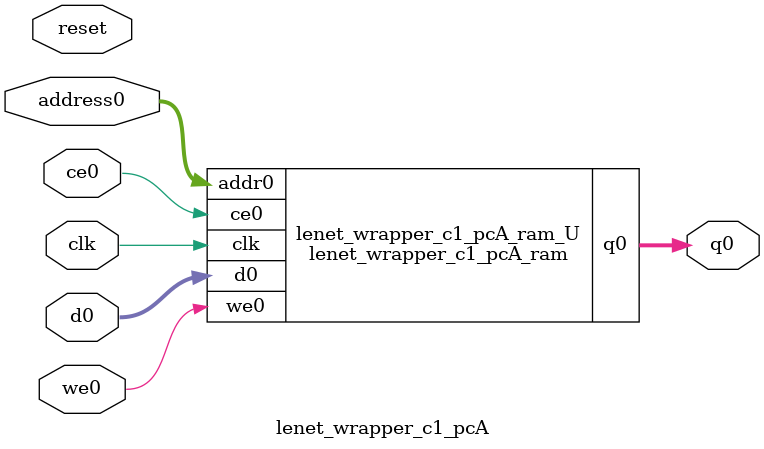
<source format=v>

`timescale 1 ns / 1 ps
module lenet_wrapper_c1_pcA_ram (addr0, ce0, d0, we0, q0,  clk);

parameter DWIDTH = 32;
parameter AWIDTH = 8;
parameter MEM_SIZE = 150;

input[AWIDTH-1:0] addr0;
input ce0;
input[DWIDTH-1:0] d0;
input we0;
output reg[DWIDTH-1:0] q0;
input clk;

(* ram_style = "block" *)reg [DWIDTH-1:0] ram[0:MEM_SIZE-1];




always @(posedge clk)  
begin 
    if (ce0) 
    begin
        if (we0) 
        begin 
            ram[addr0] <= d0; 
            q0 <= d0;
        end 
        else 
            q0 <= ram[addr0];
    end
end


endmodule


`timescale 1 ns / 1 ps
module lenet_wrapper_c1_pcA(
    reset,
    clk,
    address0,
    ce0,
    we0,
    d0,
    q0);

parameter DataWidth = 32'd32;
parameter AddressRange = 32'd150;
parameter AddressWidth = 32'd8;
input reset;
input clk;
input[AddressWidth - 1:0] address0;
input ce0;
input we0;
input[DataWidth - 1:0] d0;
output[DataWidth - 1:0] q0;



lenet_wrapper_c1_pcA_ram lenet_wrapper_c1_pcA_ram_U(
    .clk( clk ),
    .addr0( address0 ),
    .ce0( ce0 ),
    .d0( d0 ),
    .we0( we0 ),
    .q0( q0 ));

endmodule


</source>
